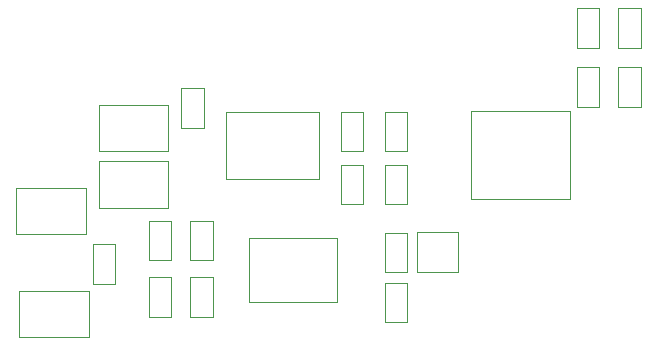
<source format=gbr>
G04 #@! TF.GenerationSoftware,KiCad,Pcbnew,5.0.2-bee76a0~70~ubuntu16.04.1*
G04 #@! TF.CreationDate,2018-12-12T21:45:09+05:30*
G04 #@! TF.ProjectId,sanjaya,73616e6a-6179-4612-9e6b-696361645f70,rev?*
G04 #@! TF.SameCoordinates,Original*
G04 #@! TF.FileFunction,Other,User*
%FSLAX46Y46*%
G04 Gerber Fmt 4.6, Leading zero omitted, Abs format (unit mm)*
G04 Created by KiCad (PCBNEW 5.0.2-bee76a0~70~ubuntu16.04.1) date Wed Dec 12 21:45:09 2018*
%MOMM*%
%LPD*%
G01*
G04 APERTURE LIST*
%ADD10C,0.050000*%
G04 APERTURE END LIST*
D10*
G04 #@! TO.C,C3*
X145700000Y-105930000D02*
X145700000Y-102570000D01*
X143800000Y-105930000D02*
X145700000Y-105930000D01*
X143800000Y-102570000D02*
X143800000Y-105930000D01*
X145700000Y-102570000D02*
X143800000Y-102570000D01*
G04 #@! TO.C,C4*
X149450000Y-117070000D02*
X147550000Y-117070000D01*
X147550000Y-117070000D02*
X147550000Y-120430000D01*
X147550000Y-120430000D02*
X149450000Y-120430000D01*
X149450000Y-120430000D02*
X149450000Y-117070000D01*
G04 #@! TO.C,C5*
X132200000Y-103930000D02*
X132200000Y-100570000D01*
X130300000Y-103930000D02*
X132200000Y-103930000D01*
X130300000Y-100570000D02*
X130300000Y-103930000D01*
X132200000Y-100570000D02*
X130300000Y-100570000D01*
G04 #@! TO.C,C6*
X149450000Y-110430000D02*
X149450000Y-107070000D01*
X147550000Y-110430000D02*
X149450000Y-110430000D01*
X147550000Y-107070000D02*
X147550000Y-110430000D01*
X149450000Y-107070000D02*
X147550000Y-107070000D01*
G04 #@! TO.C,C7*
X145700000Y-107070000D02*
X143800000Y-107070000D01*
X143800000Y-107070000D02*
X143800000Y-110430000D01*
X143800000Y-110430000D02*
X145700000Y-110430000D01*
X145700000Y-110430000D02*
X145700000Y-107070000D01*
G04 #@! TO.C,C8*
X149450000Y-102570000D02*
X147550000Y-102570000D01*
X147550000Y-102570000D02*
X147550000Y-105930000D01*
X147550000Y-105930000D02*
X149450000Y-105930000D01*
X149450000Y-105930000D02*
X149450000Y-102570000D01*
G04 #@! TO.C,C9*
X129450000Y-115180000D02*
X129450000Y-111820000D01*
X127550000Y-115180000D02*
X129450000Y-115180000D01*
X127550000Y-111820000D02*
X127550000Y-115180000D01*
X129450000Y-111820000D02*
X127550000Y-111820000D01*
G04 #@! TO.C,C10*
X132950000Y-116570000D02*
X131050000Y-116570000D01*
X131050000Y-116570000D02*
X131050000Y-119930000D01*
X131050000Y-119930000D02*
X132950000Y-119930000D01*
X132950000Y-119930000D02*
X132950000Y-116570000D01*
G04 #@! TO.C,D3*
X153750000Y-116200000D02*
X153750000Y-112800000D01*
X153750000Y-112800000D02*
X150250000Y-112800000D01*
X150250000Y-112800000D02*
X150250000Y-116200000D01*
X150250000Y-116200000D02*
X153750000Y-116200000D01*
G04 #@! TO.C,D_RX1*
X163800000Y-102180000D02*
X165700000Y-102180000D01*
X165700000Y-102180000D02*
X165700000Y-98820000D01*
X165700000Y-98820000D02*
X163800000Y-98820000D01*
X163800000Y-98820000D02*
X163800000Y-102180000D01*
G04 #@! TO.C,D_TX1*
X167300000Y-98820000D02*
X167300000Y-102180000D01*
X169200000Y-98820000D02*
X167300000Y-98820000D01*
X169200000Y-102180000D02*
X169200000Y-98820000D01*
X167300000Y-102180000D02*
X169200000Y-102180000D01*
G04 #@! TO.C,F2*
X116300000Y-109050000D02*
X116300000Y-112950000D01*
X116300000Y-112950000D02*
X122200000Y-112950000D01*
X122200000Y-112950000D02*
X122200000Y-109050000D01*
X122200000Y-109050000D02*
X116300000Y-109050000D01*
G04 #@! TO.C,F3*
X122450000Y-117800000D02*
X116550000Y-117800000D01*
X122450000Y-121700000D02*
X122450000Y-117800000D01*
X116550000Y-121700000D02*
X122450000Y-121700000D01*
X116550000Y-117800000D02*
X116550000Y-121700000D01*
G04 #@! TO.C,R16*
X149450000Y-112820000D02*
X147550000Y-112820000D01*
X147550000Y-112820000D02*
X147550000Y-116180000D01*
X147550000Y-116180000D02*
X149450000Y-116180000D01*
X149450000Y-116180000D02*
X149450000Y-112820000D01*
G04 #@! TO.C,R17*
X132950000Y-111820000D02*
X131050000Y-111820000D01*
X131050000Y-111820000D02*
X131050000Y-115180000D01*
X131050000Y-115180000D02*
X132950000Y-115180000D01*
X132950000Y-115180000D02*
X132950000Y-111820000D01*
G04 #@! TO.C,R18*
X129450000Y-119930000D02*
X129450000Y-116570000D01*
X127550000Y-119930000D02*
X129450000Y-119930000D01*
X127550000Y-116570000D02*
X127550000Y-119930000D01*
X129450000Y-116570000D02*
X127550000Y-116570000D01*
G04 #@! TO.C,R19*
X124700000Y-113820000D02*
X122800000Y-113820000D01*
X122800000Y-113820000D02*
X122800000Y-117180000D01*
X122800000Y-117180000D02*
X124700000Y-117180000D01*
X124700000Y-117180000D02*
X124700000Y-113820000D01*
G04 #@! TO.C,R_RX1*
X165700000Y-93820000D02*
X163800000Y-93820000D01*
X163800000Y-93820000D02*
X163800000Y-97180000D01*
X163800000Y-97180000D02*
X165700000Y-97180000D01*
X165700000Y-97180000D02*
X165700000Y-93820000D01*
G04 #@! TO.C,R_TX1*
X169200000Y-97180000D02*
X169200000Y-93820000D01*
X167300000Y-97180000D02*
X169200000Y-97180000D01*
X167300000Y-93820000D02*
X167300000Y-97180000D01*
X169200000Y-93820000D02*
X167300000Y-93820000D01*
G04 #@! TO.C,SW2*
X163200000Y-102500000D02*
X163200000Y-110000000D01*
X163200000Y-110000000D02*
X154800000Y-110000000D01*
X154800000Y-110000000D02*
X154800000Y-102500000D01*
X154800000Y-102500000D02*
X163200000Y-102500000D01*
G04 #@! TO.C,U7*
X141950000Y-102600000D02*
X141950000Y-108300000D01*
X134050000Y-102600000D02*
X134050000Y-108300000D01*
X141950000Y-102600000D02*
X134050000Y-102600000D01*
X141950000Y-108300000D02*
X134050000Y-108300000D01*
G04 #@! TO.C,U8*
X143480000Y-113300000D02*
X143480000Y-118700000D01*
X136020000Y-113300000D02*
X136020000Y-118700000D01*
X143480000Y-113300000D02*
X136020000Y-113300000D01*
X143480000Y-118700000D02*
X136020000Y-118700000D01*
G04 #@! TO.C,F4*
X123300000Y-102050000D02*
X123300000Y-105950000D01*
X123300000Y-105950000D02*
X129200000Y-105950000D01*
X129200000Y-105950000D02*
X129200000Y-102050000D01*
X129200000Y-102050000D02*
X123300000Y-102050000D01*
G04 #@! TO.C,F5*
X129200000Y-106800000D02*
X123300000Y-106800000D01*
X129200000Y-110700000D02*
X129200000Y-106800000D01*
X123300000Y-110700000D02*
X129200000Y-110700000D01*
X123300000Y-106800000D02*
X123300000Y-110700000D01*
G04 #@! TD*
M02*

</source>
